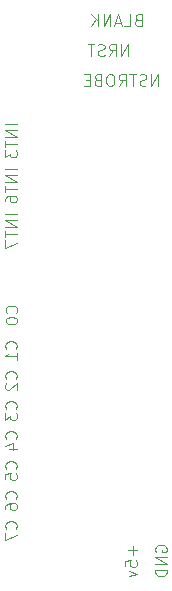
<source format=gbr>
G04 #@! TF.GenerationSoftware,KiCad,Pcbnew,(5.0.1-3-g963ef8bb5)*
G04 #@! TF.CreationDate,2020-01-16T13:34:53+00:00*
G04 #@! TF.ProjectId,SystemKeyboard,53797374656D4B6579626F6172642E6B,rev?*
G04 #@! TF.SameCoordinates,Original*
G04 #@! TF.FileFunction,Legend,Bot*
G04 #@! TF.FilePolarity,Positive*
%FSLAX46Y46*%
G04 Gerber Fmt 4.6, Leading zero omitted, Abs format (unit mm)*
G04 Created by KiCad (PCBNEW (5.0.1-3-g963ef8bb5)) date Thursday, 16 January 2020 at 13:34:53*
%MOMM*%
%LPD*%
G01*
G04 APERTURE LIST*
%ADD10C,0.100000*%
G04 APERTURE END LIST*
D10*
X89281146Y-86975258D02*
X89328765Y-86927639D01*
X89376384Y-86784782D01*
X89376384Y-86689544D01*
X89328765Y-86546686D01*
X89233527Y-86451448D01*
X89138289Y-86403829D01*
X88947813Y-86356210D01*
X88804956Y-86356210D01*
X88614480Y-86403829D01*
X88519242Y-86451448D01*
X88424004Y-86546686D01*
X88376384Y-86689544D01*
X88376384Y-86784782D01*
X88424004Y-86927639D01*
X88471623Y-86975258D01*
X88376384Y-87594305D02*
X88376384Y-87689544D01*
X88424004Y-87784782D01*
X88471623Y-87832401D01*
X88566861Y-87880020D01*
X88757337Y-87927639D01*
X88995432Y-87927639D01*
X89185908Y-87880020D01*
X89281146Y-87832401D01*
X89328765Y-87784782D01*
X89376384Y-87689544D01*
X89376384Y-87594305D01*
X89328765Y-87499067D01*
X89281146Y-87451448D01*
X89185908Y-87403829D01*
X88995432Y-87356210D01*
X88757337Y-87356210D01*
X88566861Y-87403829D01*
X88471623Y-87451448D01*
X88424004Y-87499067D01*
X88376384Y-87594305D01*
X89257142Y-90003333D02*
X89304761Y-89955714D01*
X89352380Y-89812857D01*
X89352380Y-89717619D01*
X89304761Y-89574761D01*
X89209523Y-89479523D01*
X89114285Y-89431904D01*
X88923809Y-89384285D01*
X88780952Y-89384285D01*
X88590476Y-89431904D01*
X88495238Y-89479523D01*
X88400000Y-89574761D01*
X88352380Y-89717619D01*
X88352380Y-89812857D01*
X88400000Y-89955714D01*
X88447619Y-90003333D01*
X89352380Y-90955714D02*
X89352380Y-90384285D01*
X89352380Y-90670000D02*
X88352380Y-90670000D01*
X88495238Y-90574761D01*
X88590476Y-90479523D01*
X88638095Y-90384285D01*
X89257142Y-92543333D02*
X89304761Y-92495714D01*
X89352380Y-92352857D01*
X89352380Y-92257619D01*
X89304761Y-92114761D01*
X89209523Y-92019523D01*
X89114285Y-91971904D01*
X88923809Y-91924285D01*
X88780952Y-91924285D01*
X88590476Y-91971904D01*
X88495238Y-92019523D01*
X88400000Y-92114761D01*
X88352380Y-92257619D01*
X88352380Y-92352857D01*
X88400000Y-92495714D01*
X88447619Y-92543333D01*
X88447619Y-92924285D02*
X88400000Y-92971904D01*
X88352380Y-93067142D01*
X88352380Y-93305238D01*
X88400000Y-93400476D01*
X88447619Y-93448095D01*
X88542857Y-93495714D01*
X88638095Y-93495714D01*
X88780952Y-93448095D01*
X89352380Y-92876666D01*
X89352380Y-93495714D01*
X89257142Y-95083333D02*
X89304761Y-95035714D01*
X89352380Y-94892857D01*
X89352380Y-94797619D01*
X89304761Y-94654761D01*
X89209523Y-94559523D01*
X89114285Y-94511904D01*
X88923809Y-94464285D01*
X88780952Y-94464285D01*
X88590476Y-94511904D01*
X88495238Y-94559523D01*
X88400000Y-94654761D01*
X88352380Y-94797619D01*
X88352380Y-94892857D01*
X88400000Y-95035714D01*
X88447619Y-95083333D01*
X88352380Y-95416666D02*
X88352380Y-96035714D01*
X88733333Y-95702380D01*
X88733333Y-95845238D01*
X88780952Y-95940476D01*
X88828571Y-95988095D01*
X88923809Y-96035714D01*
X89161904Y-96035714D01*
X89257142Y-95988095D01*
X89304761Y-95940476D01*
X89352380Y-95845238D01*
X89352380Y-95559523D01*
X89304761Y-95464285D01*
X89257142Y-95416666D01*
X89257142Y-97623333D02*
X89304761Y-97575714D01*
X89352380Y-97432857D01*
X89352380Y-97337619D01*
X89304761Y-97194761D01*
X89209523Y-97099523D01*
X89114285Y-97051904D01*
X88923809Y-97004285D01*
X88780952Y-97004285D01*
X88590476Y-97051904D01*
X88495238Y-97099523D01*
X88400000Y-97194761D01*
X88352380Y-97337619D01*
X88352380Y-97432857D01*
X88400000Y-97575714D01*
X88447619Y-97623333D01*
X88685714Y-98480476D02*
X89352380Y-98480476D01*
X88304761Y-98242380D02*
X89019047Y-98004285D01*
X89019047Y-98623333D01*
X89257142Y-100163333D02*
X89304761Y-100115714D01*
X89352380Y-99972857D01*
X89352380Y-99877619D01*
X89304761Y-99734761D01*
X89209523Y-99639523D01*
X89114285Y-99591904D01*
X88923809Y-99544285D01*
X88780952Y-99544285D01*
X88590476Y-99591904D01*
X88495238Y-99639523D01*
X88400000Y-99734761D01*
X88352380Y-99877619D01*
X88352380Y-99972857D01*
X88400000Y-100115714D01*
X88447619Y-100163333D01*
X88352380Y-101068095D02*
X88352380Y-100591904D01*
X88828571Y-100544285D01*
X88780952Y-100591904D01*
X88733333Y-100687142D01*
X88733333Y-100925238D01*
X88780952Y-101020476D01*
X88828571Y-101068095D01*
X88923809Y-101115714D01*
X89161904Y-101115714D01*
X89257142Y-101068095D01*
X89304761Y-101020476D01*
X89352380Y-100925238D01*
X89352380Y-100687142D01*
X89304761Y-100591904D01*
X89257142Y-100544285D01*
X89257142Y-102703333D02*
X89304761Y-102655714D01*
X89352380Y-102512857D01*
X89352380Y-102417619D01*
X89304761Y-102274761D01*
X89209523Y-102179523D01*
X89114285Y-102131904D01*
X88923809Y-102084285D01*
X88780952Y-102084285D01*
X88590476Y-102131904D01*
X88495238Y-102179523D01*
X88400000Y-102274761D01*
X88352380Y-102417619D01*
X88352380Y-102512857D01*
X88400000Y-102655714D01*
X88447619Y-102703333D01*
X88352380Y-103560476D02*
X88352380Y-103370000D01*
X88400000Y-103274761D01*
X88447619Y-103227142D01*
X88590476Y-103131904D01*
X88780952Y-103084285D01*
X89161904Y-103084285D01*
X89257142Y-103131904D01*
X89304761Y-103179523D01*
X89352380Y-103274761D01*
X89352380Y-103465238D01*
X89304761Y-103560476D01*
X89257142Y-103608095D01*
X89161904Y-103655714D01*
X88923809Y-103655714D01*
X88828571Y-103608095D01*
X88780952Y-103560476D01*
X88733333Y-103465238D01*
X88733333Y-103274761D01*
X88780952Y-103179523D01*
X88828571Y-103131904D01*
X88923809Y-103084285D01*
X89257142Y-105243333D02*
X89304761Y-105195714D01*
X89352380Y-105052857D01*
X89352380Y-104957619D01*
X89304761Y-104814761D01*
X89209523Y-104719523D01*
X89114285Y-104671904D01*
X88923809Y-104624285D01*
X88780952Y-104624285D01*
X88590476Y-104671904D01*
X88495238Y-104719523D01*
X88400000Y-104814761D01*
X88352380Y-104957619D01*
X88352380Y-105052857D01*
X88400000Y-105195714D01*
X88447619Y-105243333D01*
X88352380Y-105576666D02*
X88352380Y-106243333D01*
X89352380Y-105814761D01*
X89352380Y-71009047D02*
X88352380Y-71009047D01*
X89352380Y-71485238D02*
X88352380Y-71485238D01*
X89352380Y-72056666D01*
X88352380Y-72056666D01*
X88352380Y-72390000D02*
X88352380Y-72961428D01*
X89352380Y-72675714D02*
X88352380Y-72675714D01*
X88352380Y-73199523D02*
X88352380Y-73818571D01*
X88733333Y-73485238D01*
X88733333Y-73628095D01*
X88780952Y-73723333D01*
X88828571Y-73770952D01*
X88923809Y-73818571D01*
X89161904Y-73818571D01*
X89257142Y-73770952D01*
X89304761Y-73723333D01*
X89352380Y-73628095D01*
X89352380Y-73342380D01*
X89304761Y-73247142D01*
X89257142Y-73199523D01*
X89352380Y-74819047D02*
X88352380Y-74819047D01*
X89352380Y-75295238D02*
X88352380Y-75295238D01*
X89352380Y-75866666D01*
X88352380Y-75866666D01*
X88352380Y-76200000D02*
X88352380Y-76771428D01*
X89352380Y-76485714D02*
X88352380Y-76485714D01*
X88352380Y-77533333D02*
X88352380Y-77342857D01*
X88400000Y-77247619D01*
X88447619Y-77200000D01*
X88590476Y-77104761D01*
X88780952Y-77057142D01*
X89161904Y-77057142D01*
X89257142Y-77104761D01*
X89304761Y-77152380D01*
X89352380Y-77247619D01*
X89352380Y-77438095D01*
X89304761Y-77533333D01*
X89257142Y-77580952D01*
X89161904Y-77628571D01*
X88923809Y-77628571D01*
X88828571Y-77580952D01*
X88780952Y-77533333D01*
X88733333Y-77438095D01*
X88733333Y-77247619D01*
X88780952Y-77152380D01*
X88828571Y-77104761D01*
X88923809Y-77057142D01*
X89352380Y-78629047D02*
X88352380Y-78629047D01*
X89352380Y-79105238D02*
X88352380Y-79105238D01*
X89352380Y-79676666D01*
X88352380Y-79676666D01*
X88352380Y-80010000D02*
X88352380Y-80581428D01*
X89352380Y-80295714D02*
X88352380Y-80295714D01*
X88352380Y-80819523D02*
X88352380Y-81486190D01*
X89352380Y-81057619D01*
X101296904Y-67762380D02*
X101296904Y-66762380D01*
X100725476Y-67762380D01*
X100725476Y-66762380D01*
X100296904Y-67714761D02*
X100154047Y-67762380D01*
X99915952Y-67762380D01*
X99820714Y-67714761D01*
X99773095Y-67667142D01*
X99725476Y-67571904D01*
X99725476Y-67476666D01*
X99773095Y-67381428D01*
X99820714Y-67333809D01*
X99915952Y-67286190D01*
X100106428Y-67238571D01*
X100201666Y-67190952D01*
X100249285Y-67143333D01*
X100296904Y-67048095D01*
X100296904Y-66952857D01*
X100249285Y-66857619D01*
X100201666Y-66810000D01*
X100106428Y-66762380D01*
X99868333Y-66762380D01*
X99725476Y-66810000D01*
X99439761Y-66762380D02*
X98868333Y-66762380D01*
X99154047Y-67762380D02*
X99154047Y-66762380D01*
X97963571Y-67762380D02*
X98296904Y-67286190D01*
X98535000Y-67762380D02*
X98535000Y-66762380D01*
X98154047Y-66762380D01*
X98058809Y-66810000D01*
X98011190Y-66857619D01*
X97963571Y-66952857D01*
X97963571Y-67095714D01*
X98011190Y-67190952D01*
X98058809Y-67238571D01*
X98154047Y-67286190D01*
X98535000Y-67286190D01*
X97344523Y-66762380D02*
X97154047Y-66762380D01*
X97058809Y-66810000D01*
X96963571Y-66905238D01*
X96915952Y-67095714D01*
X96915952Y-67429047D01*
X96963571Y-67619523D01*
X97058809Y-67714761D01*
X97154047Y-67762380D01*
X97344523Y-67762380D01*
X97439761Y-67714761D01*
X97535000Y-67619523D01*
X97582619Y-67429047D01*
X97582619Y-67095714D01*
X97535000Y-66905238D01*
X97439761Y-66810000D01*
X97344523Y-66762380D01*
X96154047Y-67238571D02*
X96011190Y-67286190D01*
X95963571Y-67333809D01*
X95915952Y-67429047D01*
X95915952Y-67571904D01*
X95963571Y-67667142D01*
X96011190Y-67714761D01*
X96106428Y-67762380D01*
X96487380Y-67762380D01*
X96487380Y-66762380D01*
X96154047Y-66762380D01*
X96058809Y-66810000D01*
X96011190Y-66857619D01*
X95963571Y-66952857D01*
X95963571Y-67048095D01*
X96011190Y-67143333D01*
X96058809Y-67190952D01*
X96154047Y-67238571D01*
X96487380Y-67238571D01*
X95487380Y-67238571D02*
X95154047Y-67238571D01*
X95011190Y-67762380D02*
X95487380Y-67762380D01*
X95487380Y-66762380D01*
X95011190Y-66762380D01*
X98756904Y-65222380D02*
X98756904Y-64222380D01*
X98185476Y-65222380D01*
X98185476Y-64222380D01*
X97137857Y-65222380D02*
X97471190Y-64746190D01*
X97709285Y-65222380D02*
X97709285Y-64222380D01*
X97328333Y-64222380D01*
X97233095Y-64270000D01*
X97185476Y-64317619D01*
X97137857Y-64412857D01*
X97137857Y-64555714D01*
X97185476Y-64650952D01*
X97233095Y-64698571D01*
X97328333Y-64746190D01*
X97709285Y-64746190D01*
X96756904Y-65174761D02*
X96614047Y-65222380D01*
X96375952Y-65222380D01*
X96280714Y-65174761D01*
X96233095Y-65127142D01*
X96185476Y-65031904D01*
X96185476Y-64936666D01*
X96233095Y-64841428D01*
X96280714Y-64793809D01*
X96375952Y-64746190D01*
X96566428Y-64698571D01*
X96661666Y-64650952D01*
X96709285Y-64603333D01*
X96756904Y-64508095D01*
X96756904Y-64412857D01*
X96709285Y-64317619D01*
X96661666Y-64270000D01*
X96566428Y-64222380D01*
X96328333Y-64222380D01*
X96185476Y-64270000D01*
X95899761Y-64222380D02*
X95328333Y-64222380D01*
X95614047Y-65222380D02*
X95614047Y-64222380D01*
X99575714Y-62158571D02*
X99432857Y-62206190D01*
X99385238Y-62253809D01*
X99337619Y-62349047D01*
X99337619Y-62491904D01*
X99385238Y-62587142D01*
X99432857Y-62634761D01*
X99528095Y-62682380D01*
X99909047Y-62682380D01*
X99909047Y-61682380D01*
X99575714Y-61682380D01*
X99480476Y-61730000D01*
X99432857Y-61777619D01*
X99385238Y-61872857D01*
X99385238Y-61968095D01*
X99432857Y-62063333D01*
X99480476Y-62110952D01*
X99575714Y-62158571D01*
X99909047Y-62158571D01*
X98432857Y-62682380D02*
X98909047Y-62682380D01*
X98909047Y-61682380D01*
X98147142Y-62396666D02*
X97670952Y-62396666D01*
X98242380Y-62682380D02*
X97909047Y-61682380D01*
X97575714Y-62682380D01*
X97242380Y-62682380D02*
X97242380Y-61682380D01*
X96670952Y-62682380D01*
X96670952Y-61682380D01*
X96194761Y-62682380D02*
X96194761Y-61682380D01*
X95623333Y-62682380D02*
X96051904Y-62110952D01*
X95623333Y-61682380D02*
X96194761Y-62253809D01*
X99131428Y-106711904D02*
X99131428Y-107473809D01*
X99512380Y-107092857D02*
X98750476Y-107092857D01*
X98512380Y-108426190D02*
X98512380Y-107950000D01*
X98988571Y-107902380D01*
X98940952Y-107950000D01*
X98893333Y-108045238D01*
X98893333Y-108283333D01*
X98940952Y-108378571D01*
X98988571Y-108426190D01*
X99083809Y-108473809D01*
X99321904Y-108473809D01*
X99417142Y-108426190D01*
X99464761Y-108378571D01*
X99512380Y-108283333D01*
X99512380Y-108045238D01*
X99464761Y-107950000D01*
X99417142Y-107902380D01*
X98845714Y-108807142D02*
X99512380Y-109045238D01*
X98845714Y-109283333D01*
X101100000Y-107188095D02*
X101052380Y-107092857D01*
X101052380Y-106950000D01*
X101100000Y-106807142D01*
X101195238Y-106711904D01*
X101290476Y-106664285D01*
X101480952Y-106616666D01*
X101623809Y-106616666D01*
X101814285Y-106664285D01*
X101909523Y-106711904D01*
X102004761Y-106807142D01*
X102052380Y-106950000D01*
X102052380Y-107045238D01*
X102004761Y-107188095D01*
X101957142Y-107235714D01*
X101623809Y-107235714D01*
X101623809Y-107045238D01*
X102052380Y-107664285D02*
X101052380Y-107664285D01*
X102052380Y-108235714D01*
X101052380Y-108235714D01*
X102052380Y-108711904D02*
X101052380Y-108711904D01*
X101052380Y-108950000D01*
X101100000Y-109092857D01*
X101195238Y-109188095D01*
X101290476Y-109235714D01*
X101480952Y-109283333D01*
X101623809Y-109283333D01*
X101814285Y-109235714D01*
X101909523Y-109188095D01*
X102004761Y-109092857D01*
X102052380Y-108950000D01*
X102052380Y-108711904D01*
M02*

</source>
